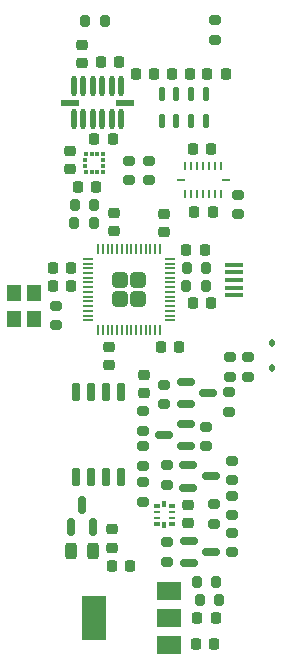
<source format=gbr>
%TF.GenerationSoftware,KiCad,Pcbnew,7.0.5*%
%TF.CreationDate,2023-12-16T01:16:06-08:00*%
%TF.ProjectId,Lyrav3,4c797261-7633-42e6-9b69-6361645f7063,rev?*%
%TF.SameCoordinates,Original*%
%TF.FileFunction,Paste,Bot*%
%TF.FilePolarity,Positive*%
%FSLAX46Y46*%
G04 Gerber Fmt 4.6, Leading zero omitted, Abs format (unit mm)*
G04 Created by KiCad (PCBNEW 7.0.5) date 2023-12-16 01:16:06*
%MOMM*%
%LPD*%
G01*
G04 APERTURE LIST*
G04 Aperture macros list*
%AMRoundRect*
0 Rectangle with rounded corners*
0 $1 Rounding radius*
0 $2 $3 $4 $5 $6 $7 $8 $9 X,Y pos of 4 corners*
0 Add a 4 corners polygon primitive as box body*
4,1,4,$2,$3,$4,$5,$6,$7,$8,$9,$2,$3,0*
0 Add four circle primitives for the rounded corners*
1,1,$1+$1,$2,$3*
1,1,$1+$1,$4,$5*
1,1,$1+$1,$6,$7*
1,1,$1+$1,$8,$9*
0 Add four rect primitives between the rounded corners*
20,1,$1+$1,$2,$3,$4,$5,0*
20,1,$1+$1,$4,$5,$6,$7,0*
20,1,$1+$1,$6,$7,$8,$9,0*
20,1,$1+$1,$8,$9,$2,$3,0*%
G04 Aperture macros list end*
%ADD10RoundRect,0.112500X0.112500X-0.187500X0.112500X0.187500X-0.112500X0.187500X-0.112500X-0.187500X0*%
%ADD11R,0.350000X0.375000*%
%ADD12R,0.375000X0.350000*%
%ADD13RoundRect,0.225000X-0.225000X-0.250000X0.225000X-0.250000X0.225000X0.250000X-0.225000X0.250000X0*%
%ADD14RoundRect,0.200000X-0.200000X-0.275000X0.200000X-0.275000X0.200000X0.275000X-0.200000X0.275000X0*%
%ADD15RoundRect,0.225000X0.250000X-0.225000X0.250000X0.225000X-0.250000X0.225000X-0.250000X-0.225000X0*%
%ADD16RoundRect,0.200000X-0.275000X0.200000X-0.275000X-0.200000X0.275000X-0.200000X0.275000X0.200000X0*%
%ADD17RoundRect,0.225000X0.225000X0.250000X-0.225000X0.250000X-0.225000X-0.250000X0.225000X-0.250000X0*%
%ADD18RoundRect,0.249999X0.395001X-0.395001X0.395001X0.395001X-0.395001X0.395001X-0.395001X-0.395001X0*%
%ADD19RoundRect,0.050000X0.050000X-0.387500X0.050000X0.387500X-0.050000X0.387500X-0.050000X-0.387500X0*%
%ADD20RoundRect,0.050000X0.387500X-0.050000X0.387500X0.050000X-0.387500X0.050000X-0.387500X-0.050000X0*%
%ADD21RoundRect,0.150000X-0.587500X-0.150000X0.587500X-0.150000X0.587500X0.150000X-0.587500X0.150000X0*%
%ADD22RoundRect,0.150000X0.150000X-0.587500X0.150000X0.587500X-0.150000X0.587500X-0.150000X-0.587500X0*%
%ADD23RoundRect,0.200000X0.275000X-0.200000X0.275000X0.200000X-0.275000X0.200000X-0.275000X-0.200000X0*%
%ADD24R,1.200000X1.400000*%
%ADD25RoundRect,0.150000X0.150000X-0.650000X0.150000X0.650000X-0.150000X0.650000X-0.150000X-0.650000X0*%
%ADD26RoundRect,0.200000X0.200000X0.275000X-0.200000X0.275000X-0.200000X-0.275000X0.200000X-0.275000X0*%
%ADD27R,2.000000X1.500000*%
%ADD28R,2.000000X3.800000*%
%ADD29RoundRect,0.225000X-0.250000X0.225000X-0.250000X-0.225000X0.250000X-0.225000X0.250000X0.225000X0*%
%ADD30R,1.600000X0.400000*%
%ADD31RoundRect,0.243750X-0.243750X-0.456250X0.243750X-0.456250X0.243750X0.456250X-0.243750X0.456250X0*%
%ADD32R,0.250000X0.800000*%
%ADD33R,0.800000X0.250000*%
%ADD34O,0.450000X1.770000*%
%ADD35R,1.550000X0.600000*%
%ADD36RoundRect,0.150000X0.587500X0.150000X-0.587500X0.150000X-0.587500X-0.150000X0.587500X-0.150000X0*%
%ADD37R,0.580000X0.300000*%
%ADD38R,0.580000X0.250000*%
%ADD39R,0.350000X0.630000*%
%ADD40RoundRect,0.125000X-0.125000X0.475000X-0.125000X-0.475000X0.125000X-0.475000X0.125000X0.475000X0*%
G04 APERTURE END LIST*
D10*
%TO.C,D3*%
X206248000Y-94268000D03*
X206248000Y-92168000D03*
%TD*%
D11*
%TO.C,U5*%
X191931800Y-77673700D03*
X191431800Y-77673700D03*
X190931800Y-77673700D03*
X190431800Y-77673700D03*
D12*
X190419300Y-77161200D03*
X190419300Y-76661200D03*
D11*
X190431800Y-76148700D03*
X190931800Y-76148700D03*
X191431800Y-76148700D03*
X191931800Y-76148700D03*
D12*
X191944300Y-76661200D03*
X191944300Y-77161200D03*
%TD*%
D13*
%TO.C,C22*%
X196786200Y-92506800D03*
X198336200Y-92506800D03*
%TD*%
D14*
%TO.C,R18*%
X198983100Y-85768800D03*
X200633100Y-85768800D03*
%TD*%
D15*
%TO.C,C11*%
X190135200Y-68494101D03*
X190135200Y-66944101D03*
%TD*%
D16*
%TO.C,R17*%
X197104000Y-95695000D03*
X197104000Y-97345000D03*
%TD*%
%TO.C,R6*%
X195799400Y-76710702D03*
X195799400Y-78360702D03*
%TD*%
D17*
%TO.C,C10*%
X193256200Y-68326000D03*
X191706200Y-68326000D03*
%TD*%
D18*
%TO.C,U8*%
X193305900Y-88435800D03*
X194905900Y-88435800D03*
X193305900Y-86835800D03*
X194905900Y-86835800D03*
D19*
X196705900Y-91073300D03*
X196305900Y-91073300D03*
X195905900Y-91073300D03*
X195505900Y-91073300D03*
X195105900Y-91073300D03*
X194705900Y-91073300D03*
X194305900Y-91073300D03*
X193905900Y-91073300D03*
X193505900Y-91073300D03*
X193105900Y-91073300D03*
X192705900Y-91073300D03*
X192305900Y-91073300D03*
X191905900Y-91073300D03*
X191505900Y-91073300D03*
D20*
X190668400Y-90235800D03*
X190668400Y-89835800D03*
X190668400Y-89435800D03*
X190668400Y-89035800D03*
X190668400Y-88635800D03*
X190668400Y-88235800D03*
X190668400Y-87835800D03*
X190668400Y-87435800D03*
X190668400Y-87035800D03*
X190668400Y-86635800D03*
X190668400Y-86235800D03*
X190668400Y-85835800D03*
X190668400Y-85435800D03*
X190668400Y-85035800D03*
D19*
X191505900Y-84198300D03*
X191905900Y-84198300D03*
X192305900Y-84198300D03*
X192705900Y-84198300D03*
X193105900Y-84198300D03*
X193505900Y-84198300D03*
X193905900Y-84198300D03*
X194305900Y-84198300D03*
X194705900Y-84198300D03*
X195105900Y-84198300D03*
X195505900Y-84198300D03*
X195905900Y-84198300D03*
X196305900Y-84198300D03*
X196705900Y-84198300D03*
D20*
X197543400Y-85035800D03*
X197543400Y-85435800D03*
X197543400Y-85835800D03*
X197543400Y-86235800D03*
X197543400Y-86635800D03*
X197543400Y-87035800D03*
X197543400Y-87435800D03*
X197543400Y-87835800D03*
X197543400Y-88235800D03*
X197543400Y-88635800D03*
X197543400Y-89035800D03*
X197543400Y-89435800D03*
X197543400Y-89835800D03*
X197543400Y-90235800D03*
%TD*%
D21*
%TO.C,Q2*%
X199136000Y-104394000D03*
X199136000Y-102494000D03*
X201011000Y-103444000D03*
%TD*%
D13*
%TO.C,C17*%
X199529400Y-88798400D03*
X201079400Y-88798400D03*
%TD*%
D22*
%TO.C,Q1*%
X191069000Y-107769900D03*
X189169000Y-107769900D03*
X190119000Y-105894900D03*
%TD*%
D13*
%TO.C,C14*%
X189775800Y-78943200D03*
X191325800Y-78943200D03*
%TD*%
D23*
%TO.C,R27*%
X200660000Y-100901000D03*
X200660000Y-99251000D03*
%TD*%
D16*
%TO.C,R16*%
X197358000Y-109016800D03*
X197358000Y-110666800D03*
%TD*%
D24*
%TO.C,X1*%
X184353100Y-90145400D03*
X184353100Y-87945400D03*
X186053100Y-87945400D03*
X186053100Y-90145400D03*
%TD*%
D25*
%TO.C,U9*%
X193421000Y-103530400D03*
X192151000Y-103530400D03*
X190881000Y-103530400D03*
X189611000Y-103530400D03*
X189611000Y-96330400D03*
X190881000Y-96330400D03*
X192151000Y-96330400D03*
X193421000Y-96330400D03*
%TD*%
D13*
%TO.C,C6*%
X199885000Y-115443000D03*
X201435000Y-115443000D03*
%TD*%
D16*
%TO.C,R7*%
X194148400Y-76710701D03*
X194148400Y-78360701D03*
%TD*%
D15*
%TO.C,C12*%
X189149800Y-77445200D03*
X189149800Y-75895200D03*
%TD*%
D16*
%TO.C,R19*%
X202819000Y-102109000D03*
X202819000Y-103759000D03*
%TD*%
D13*
%TO.C,C1*%
X199631000Y-81026000D03*
X201181000Y-81026000D03*
%TD*%
D15*
%TO.C,C21*%
X197104000Y-82766200D03*
X197104000Y-81216200D03*
%TD*%
D26*
%TO.C,R15*%
X200607700Y-87292800D03*
X198957700Y-87292800D03*
%TD*%
D16*
%TO.C,R2*%
X187920900Y-89007800D03*
X187920900Y-90657800D03*
%TD*%
D27*
%TO.C,U1*%
X197460000Y-113143000D03*
X197460000Y-115443000D03*
X197460000Y-117743000D03*
D28*
X191160000Y-115443000D03*
%TD*%
D17*
%TO.C,C2*%
X201044800Y-75745501D03*
X199494800Y-75745501D03*
%TD*%
D13*
%TO.C,C5*%
X199758000Y-117602000D03*
X201308000Y-117602000D03*
%TD*%
%TO.C,C7*%
X192671400Y-111048800D03*
X194221400Y-111048800D03*
%TD*%
D29*
%TO.C,C15*%
X199085200Y-105854200D03*
X199085200Y-107404200D03*
%TD*%
D30*
%TO.C,J7*%
X202965200Y-85517200D03*
X202965200Y-86167200D03*
X202965200Y-86817200D03*
X202965200Y-87467200D03*
X202955200Y-88117200D03*
%TD*%
D15*
%TO.C,C8*%
X192684400Y-109487000D03*
X192684400Y-107937000D03*
%TD*%
D29*
%TO.C,C23*%
X192379600Y-92493800D03*
X192379600Y-94043800D03*
%TD*%
D14*
%TO.C,R1*%
X190414313Y-64897000D03*
X192064313Y-64897000D03*
%TD*%
D17*
%TO.C,C13*%
X192718800Y-74879200D03*
X191168800Y-74879200D03*
%TD*%
D21*
%TO.C,Q3*%
X199166000Y-110805000D03*
X199166000Y-108905000D03*
X201041000Y-109855000D03*
%TD*%
D16*
%TO.C,R25*%
X195326000Y-103950000D03*
X195326000Y-105600000D03*
%TD*%
D13*
%TO.C,C25*%
X198956900Y-84244800D03*
X200506900Y-84244800D03*
%TD*%
D14*
%TO.C,R12*%
X200089000Y-113919000D03*
X201739000Y-113919000D03*
%TD*%
D26*
%TO.C,R10*%
X201485000Y-112395000D03*
X199835000Y-112395000D03*
%TD*%
D16*
%TO.C,R21*%
X202844400Y-105093000D03*
X202844400Y-106743000D03*
%TD*%
D31*
%TO.C,F1*%
X189206900Y-109728000D03*
X191081900Y-109728000D03*
%TD*%
D16*
%TO.C,R3*%
X203327000Y-79629000D03*
X203327000Y-81279000D03*
%TD*%
%TO.C,R23*%
X195326000Y-100902000D03*
X195326000Y-102552000D03*
%TD*%
D32*
%TO.C,U2*%
X201877600Y-77137701D03*
X201377600Y-77137701D03*
X200877600Y-77137701D03*
X200377600Y-77137701D03*
X199877600Y-77137701D03*
X199377600Y-77137701D03*
X198877600Y-77137701D03*
D33*
X198467600Y-78337701D03*
D32*
X198877600Y-79537701D03*
X199377600Y-79537701D03*
X199877600Y-79537701D03*
X200377600Y-79537701D03*
X200877600Y-79537701D03*
X201377600Y-79537701D03*
X201877600Y-79537701D03*
D33*
X202287600Y-78337701D03*
%TD*%
D16*
%TO.C,R24*%
X201269600Y-105804200D03*
X201269600Y-107454200D03*
%TD*%
D34*
%TO.C,U4*%
X189443714Y-70389101D03*
X190243714Y-70389101D03*
X191043714Y-70389101D03*
X191843714Y-70389101D03*
X192643714Y-70389101D03*
X193443714Y-70389101D03*
D35*
X193743714Y-71799101D03*
D34*
X193443714Y-73209101D03*
X192643714Y-73209101D03*
X191843714Y-73209101D03*
X191043714Y-73209101D03*
X190243714Y-73209101D03*
X189443714Y-73209101D03*
D35*
X189143714Y-71799101D03*
%TD*%
D26*
%TO.C,R5*%
X191117800Y-81963099D03*
X189467800Y-81963099D03*
%TD*%
D23*
%TO.C,R9*%
X202565000Y-97980000D03*
X202565000Y-96330000D03*
%TD*%
D14*
%TO.C,R4*%
X189493200Y-80493100D03*
X191143200Y-80493100D03*
%TD*%
D13*
%TO.C,C9*%
X197742200Y-69395501D03*
X199292200Y-69395501D03*
%TD*%
D16*
%TO.C,R20*%
X195326000Y-97918000D03*
X195326000Y-99568000D03*
%TD*%
D23*
%TO.C,R14*%
X201371200Y-66497200D03*
X201371200Y-64847200D03*
%TD*%
D36*
%TO.C,Q5*%
X198930500Y-98999000D03*
X198930500Y-100899000D03*
X197055500Y-99949000D03*
%TD*%
D17*
%TO.C,C16*%
X189192200Y-85768800D03*
X187642200Y-85768800D03*
%TD*%
D37*
%TO.C,U6*%
X197739000Y-105942000D03*
D38*
X197739000Y-106442000D03*
X197739000Y-106942000D03*
D37*
X197739000Y-107442000D03*
D39*
X197109000Y-107552000D03*
D37*
X196479000Y-107442000D03*
D38*
X196479000Y-106942000D03*
X196479000Y-106442000D03*
D37*
X196479000Y-105942000D03*
D39*
X197109000Y-105832000D03*
%TD*%
D16*
%TO.C,R26*%
X197358000Y-102490000D03*
X197358000Y-104140000D03*
%TD*%
D17*
%TO.C,C24*%
X189203900Y-87292800D03*
X187653900Y-87292800D03*
%TD*%
D13*
%TO.C,C4*%
X200748600Y-69392800D03*
X202298600Y-69392800D03*
%TD*%
D21*
%TO.C,Q4*%
X198912000Y-97343000D03*
X198912000Y-95443000D03*
X200787000Y-96393000D03*
%TD*%
D40*
%TO.C,U3*%
X196860800Y-71071901D03*
X198110800Y-71071901D03*
X199360800Y-71071901D03*
X200610800Y-71071901D03*
X200610800Y-73371901D03*
X199360800Y-73371901D03*
X198110800Y-73371901D03*
X196860800Y-73371901D03*
%TD*%
D16*
%TO.C,R8*%
X202819000Y-108205000D03*
X202819000Y-109855000D03*
%TD*%
D15*
%TO.C,C27*%
X195376800Y-96418400D03*
X195376800Y-94868400D03*
%TD*%
%TO.C,C26*%
X192836800Y-82715400D03*
X192836800Y-81165400D03*
%TD*%
D17*
%TO.C,C3*%
X196253400Y-69342000D03*
X194703400Y-69342000D03*
%TD*%
D16*
%TO.C,R13*%
X204216000Y-93346000D03*
X204216000Y-94996000D03*
%TD*%
D23*
%TO.C,R11*%
X202692000Y-94996000D03*
X202692000Y-93346000D03*
%TD*%
M02*

</source>
